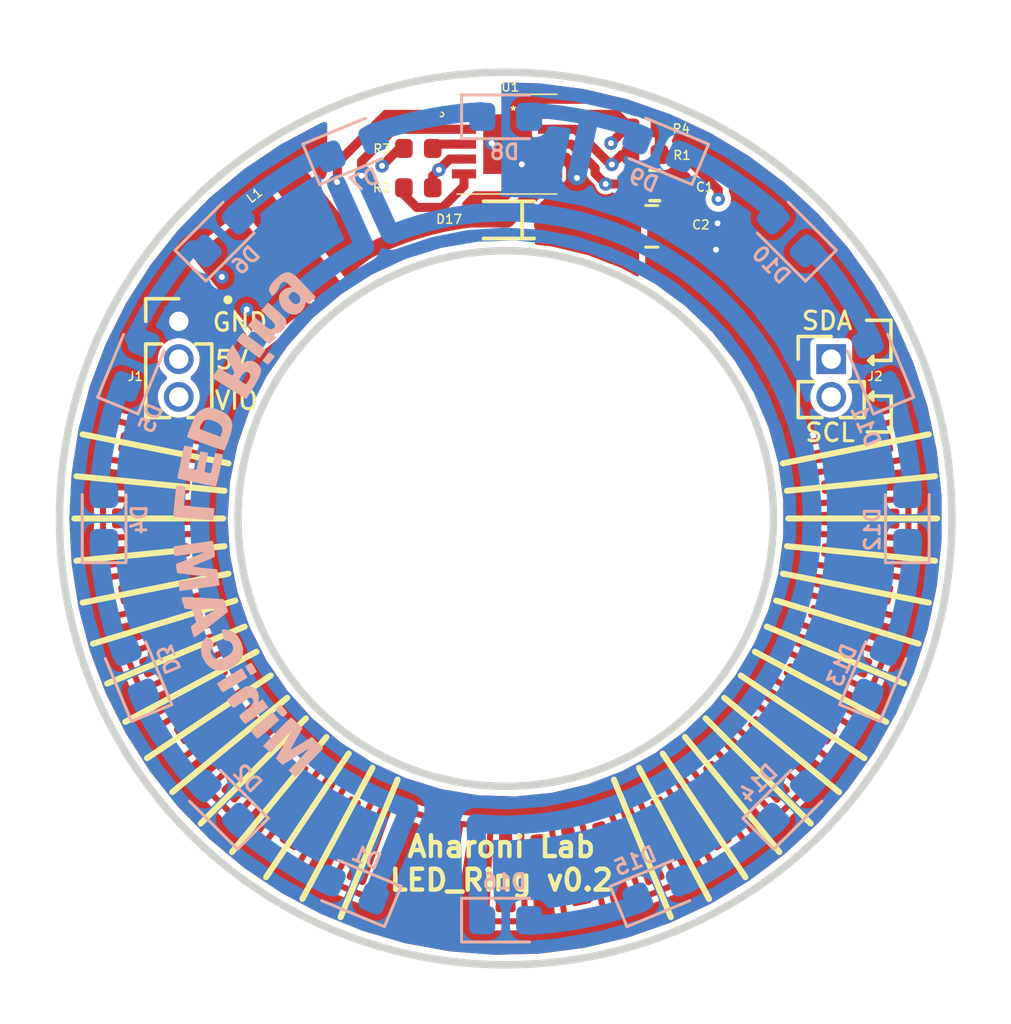
<source format=kicad_pcb>
(kicad_pcb (version 20171130) (host pcbnew "(5.1.6)-1")
  (layers (0 F.Cu signal) (1 In1.Cu power) (2 In2.Cu power) (31 B.Cu signal) (34 B.Paste user) (35 F.Paste user) (36 B.SilkS user) (37 F.SilkS user) (38 B.Mask user) (39 F.Mask user) (44 Edge.Cuts user))
  (net 0 "")
  (net 1 +5V)
  (net 2 GND)
  (net 3 "Net-(D1-Pad2)")
  (net 4 "Net-(D1-Pad1)")
  (net 5 "Net-(D3-Pad2)")
  (net 6 "Net-(D4-Pad2)")
  (net 7 "Net-(D7-Pad2)")
  (net 8 "Net-(D10-Pad1)")
  (net 9 OVP)
  (net 10 SDA)
  (net 11 "Net-(R2-Pad2)")
  (net 12 "Net-(R3-Pad2)")
  (net 13 SCL)
  (net 14 +2V8)
  (net 15 "Net-(D13-Pad1)")
  (net 16 "Net-(D14-Pad1)")
  (net 17 "Net-(D15-Pad1)")
  (net 18 "Net-(D16-Pad1)")
  (net 19 "Net-(D10-Pad2)")
  (net 20 "Net-(D2-Pad2)")
  (net 21 "Net-(D5-Pad2)")
  (net 22 "Net-(D6-Pad2)")
  (net 23 "Net-(D11-Pad1)")
  (net 24 "Net-(D12-Pad1)")
  (net 25 "Net-(D17-Pad2)")
  (module footprints:NRS4012T100MDGJ (layer F.Cu) (at 102.833095 70.952848 38)
    (fp_text reference L1 (at 0.105116 -2.219934 38) (layer F.SilkS) (effects (font (size 0.3 0.3) (thickness 0.05))))
    (fp_text value 10uH hide)
    (pad 1 smd rect (at -1.397 0 38) (size 1.1938 3.7084) (layers F.Cu F.Paste F.Mask) (net 1 +5V))
    (pad 2 smd rect (at 1.397 0 38) (size 1.1938 3.7084) (layers F.Cu F.Paste F.Mask) (net 25 "Net-(D17-Pad2)"))
  )
  (module .Logo:Minicam_LED_Ring (layer B.Cu) (at 110 80.25 90)
    (fp_text reference G*** hide)
    (fp_text value LOGO hide)
  )
  (module LED_SMD:LED_0603_1608Metric (layer B.Cu) (at 115.166226 67.527626 157.5)
    (fp_text reference D9 (at 0.073057 -1.224328 337.5) (layer B.SilkS) (effects (font (size 0.5 0.5) (thickness 0.1)) (justify mirror)))
    (fp_text value LED_Small_ALT)
    (pad 2 smd roundrect (at 0.7875 0 157.5) (size 0.875 0.95) (layers B.Cu B.Paste B.Mask) (net 9 OVP))
    (pad 1 smd roundrect (at -0.7875 0 157.5) (size 0.875 0.95) (layers B.Cu B.Paste B.Mask) (net 19 "Net-(D10-Pad2)"))
  )
  (module LED_SMD:LED_0603_1608Metric (layer B.Cu) (at 119.545942 70.454058 135)
    (fp_text reference D10 (at -0.281711 -1.162967 315) (layer B.SilkS) (effects (font (size 0.5 0.5) (thickness 0.1)) (justify mirror)))
    (fp_text value LED_Small_ALT)
    (pad 2 smd roundrect (at 0.7875 0 135) (size 0.875 0.95) (layers B.Cu B.Paste B.Mask) (net 19 "Net-(D10-Pad2)"))
    (pad 1 smd roundrect (at -0.7875 0 135) (size 0.875 0.95) (layers B.Cu B.Paste B.Mask) (net 8 "Net-(D10-Pad1)"))
  )
  (module LED_SMD:LED_0603_1608Metric (layer B.Cu) (at 122.472374 74.833774 112.5)
    (fp_text reference D11 (at -1.752482 -1.131338 292.5) (layer B.SilkS) (effects (font (size 0.5 0.5) (thickness 0.1)) (justify mirror)))
    (fp_text value LED_Small_ALT)
    (pad 2 smd roundrect (at 0.7875 0 112.5) (size 0.875 0.95) (layers B.Cu B.Paste B.Mask) (net 8 "Net-(D10-Pad1)"))
    (pad 1 smd roundrect (at -0.7875 0 112.5) (size 0.875 0.95) (layers B.Cu B.Paste B.Mask) (net 23 "Net-(D11-Pad1)"))
  )
  (module LED_SMD:LED_0603_1608Metric (layer B.Cu) (at 123.5 80 90)
    (fp_text reference D12 (at -0.3656 -1.1736 270) (layer B.SilkS) (effects (font (size 0.5 0.5) (thickness 0.1)) (justify mirror)))
    (fp_text value LED_Small_ALT)
    (pad 2 smd roundrect (at 0.7875 0 90) (size 0.875 0.95) (layers B.Cu B.Paste B.Mask) (net 23 "Net-(D11-Pad1)"))
    (pad 1 smd roundrect (at -0.7875 0 90) (size 0.875 0.95) (layers B.Cu B.Paste B.Mask) (net 24 "Net-(D12-Pad1)"))
  )
  (module LED_SMD:LED_0603_1608Metric (layer B.Cu) (at 122.472374 85.166226 67.5)
    (fp_text reference D13 (at -0.233445 -1.161015 247.5) (layer B.SilkS) (effects (font (size 0.5 0.5) (thickness 0.1)) (justify mirror)))
    (fp_text value LED_Small_ALT)
    (pad 2 smd roundrect (at 0.7875 0 67.5) (size 0.875 0.95) (layers B.Cu B.Paste B.Mask) (net 24 "Net-(D12-Pad1)"))
    (pad 1 smd roundrect (at -0.7875 0 67.5) (size 0.875 0.95) (layers B.Cu B.Paste B.Mask) (net 15 "Net-(D13-Pad1)"))
  )
  (module LED_SMD:LED_0603_1608Metric (layer B.Cu) (at 119.545942 89.545942 45)
    (fp_text reference D14 (at -0.289207 -1.202707 225) (layer B.SilkS) (effects (font (size 0.5 0.5) (thickness 0.1)) (justify mirror)))
    (fp_text value LED_Small_ALT)
    (pad 2 smd roundrect (at 0.7875 0 45) (size 0.875 0.95) (layers B.Cu B.Paste B.Mask) (net 15 "Net-(D13-Pad1)"))
    (pad 1 smd roundrect (at -0.7875 0 45) (size 0.875 0.95) (layers B.Cu B.Paste B.Mask) (net 16 "Net-(D14-Pad1)"))
  )
  (module LED_SMD:LED_0603_1608Metric (layer B.Cu) (at 115.166226 92.472374 22.5)
    (fp_text reference D15 (at -0.387443 -1.19544 202.5) (layer B.SilkS) (effects (font (size 0.5 0.5) (thickness 0.1)) (justify mirror)))
    (fp_text value LED_Small_ALT)
    (pad 2 smd roundrect (at 0.7875 0 22.5) (size 0.875 0.95) (layers B.Cu B.Paste B.Mask) (net 16 "Net-(D14-Pad1)"))
    (pad 1 smd roundrect (at -0.7875 0 22.5) (size 0.875 0.95) (layers B.Cu B.Paste B.Mask) (net 17 "Net-(D15-Pad1)"))
  )
  (module LED_SMD:LED_0603_1608Metric (layer B.Cu) (at 110 93.5)
    (fp_text reference D16 (at -0.0434 -1.298 180) (layer B.SilkS) (effects (font (size 0.5 0.5) (thickness 0.1)) (justify mirror)))
    (fp_text value LED_Small_ALT)
    (pad 2 smd roundrect (at 0.7875 0) (size 0.875 0.95) (layers B.Cu B.Paste B.Mask) (net 17 "Net-(D15-Pad1)"))
    (pad 1 smd roundrect (at -0.7875 0) (size 0.875 0.95) (layers B.Cu B.Paste B.Mask) (net 18 "Net-(D16-Pad1)"))
  )
  (module LED_SMD:LED_0603_1608Metric (layer B.Cu) (at 104.833774 92.472374 157.5)
    (fp_text reference D1 (at -0.03863 1.183248 157.5) (layer B.SilkS) (effects (font (size 0.5 0.5) (thickness 0.1)) (justify mirror)))
    (fp_text value LED_Small_ALT)
    (pad 2 smd roundrect (at 0.7875 0 157.5) (size 0.875 0.95) (layers B.Cu B.Paste B.Mask) (net 3 "Net-(D1-Pad2)"))
    (pad 1 smd roundrect (at -0.7875 0 157.5) (size 0.875 0.95) (layers B.Cu B.Paste B.Mask) (net 4 "Net-(D1-Pad1)"))
  )
  (module LED_SMD:LED_0603_1608Metric (layer B.Cu) (at 100.454058 89.545942 135)
    (fp_text reference D2 (at -0.03863 1.183249 135) (layer B.SilkS) (effects (font (size 0.5 0.5) (thickness 0.1)) (justify mirror)))
    (fp_text value LED_Small_ALT)
    (pad 2 smd roundrect (at 0.7875 0 135) (size 0.875 0.95) (layers B.Cu B.Paste B.Mask) (net 20 "Net-(D2-Pad2)"))
    (pad 1 smd roundrect (at -0.7875 0 135) (size 0.875 0.95) (layers B.Cu B.Paste B.Mask) (net 3 "Net-(D1-Pad2)"))
  )
  (module LED_SMD:LED_0603_1608Metric (layer B.Cu) (at 97.527626 85.166226 112.5)
    (fp_text reference D3 (at -0.03863 1.183249 112.5) (layer B.SilkS) (effects (font (size 0.5 0.5) (thickness 0.1)) (justify mirror)))
    (fp_text value LED_Small_ALT)
    (pad 2 smd roundrect (at 0.7875 0 112.5) (size 0.875 0.95) (layers B.Cu B.Paste B.Mask) (net 5 "Net-(D3-Pad2)"))
    (pad 1 smd roundrect (at -0.7875 0 112.5) (size 0.875 0.95) (layers B.Cu B.Paste B.Mask) (net 20 "Net-(D2-Pad2)"))
  )
  (module LED_SMD:LED_0603_1608Metric (layer B.Cu) (at 96.5 80 90)
    (fp_text reference D4 (at -0.03863 1.183249 90) (layer B.SilkS) (effects (font (size 0.5 0.5) (thickness 0.1)) (justify mirror)))
    (fp_text value LED_Small_ALT)
    (pad 2 smd roundrect (at 0.7875 0 90) (size 0.875 0.95) (layers B.Cu B.Paste B.Mask) (net 6 "Net-(D4-Pad2)"))
    (pad 1 smd roundrect (at -0.7875 0 90) (size 0.875 0.95) (layers B.Cu B.Paste B.Mask) (net 5 "Net-(D3-Pad2)"))
  )
  (module LED_SMD:LED_0603_1608Metric (layer B.Cu) (at 97.527626 74.833774 67.5)
    (fp_text reference D5 (at -1.453831 1.188609 67.5) (layer B.SilkS) (effects (font (size 0.5 0.5) (thickness 0.1)) (justify mirror)))
    (fp_text value LED_Small_ALT)
    (pad 2 smd roundrect (at 0.7875 0 67.5) (size 0.875 0.95) (layers B.Cu B.Paste B.Mask) (net 21 "Net-(D5-Pad2)"))
    (pad 1 smd roundrect (at -0.7875 0 67.5) (size 0.875 0.95) (layers B.Cu B.Paste B.Mask) (net 6 "Net-(D4-Pad2)"))
  )
  (module LED_SMD:LED_0603_1608Metric (layer B.Cu) (at 100.454058 70.454058 45)
    (fp_text reference D6 (at -0.03863 1.183249 45) (layer B.SilkS) (effects (font (size 0.5 0.5) (thickness 0.1)) (justify mirror)))
    (fp_text value LED_Small_ALT)
    (pad 2 smd roundrect (at 0.7875 0 45) (size 0.875 0.95) (layers B.Cu B.Paste B.Mask) (net 22 "Net-(D6-Pad2)"))
    (pad 1 smd roundrect (at -0.7875 0 45) (size 0.875 0.95) (layers B.Cu B.Paste B.Mask) (net 21 "Net-(D5-Pad2)"))
  )
  (module LED_SMD:LED_0603_1608Metric (layer B.Cu) (at 104.833774 67.527626 22.5)
    (fp_text reference D7 (at -0.03863 1.183249 22.5) (layer B.SilkS) (effects (font (size 0.5 0.5) (thickness 0.1)) (justify mirror)))
    (fp_text value LED_Small_ALT)
    (pad 2 smd roundrect (at 0.7875 0 22.5) (size 0.875 0.95) (layers B.Cu B.Paste B.Mask) (net 7 "Net-(D7-Pad2)"))
    (pad 1 smd roundrect (at -0.7875 0 22.5) (size 0.875 0.95) (layers B.Cu B.Paste B.Mask) (net 22 "Net-(D6-Pad2)"))
  )
  (module Resistor_SMD:R_0402_1005Metric (layer F.Cu) (at 114.681 67.7672)
    (fp_text reference R1 (at 1.2446 0.0254) (layer F.SilkS) (effects (font (size 0.3 0.3) (thickness 0.05))))
    (fp_text value 3K)
    (pad 1 smd roundrect (at -0.485 0) (size 0.59 0.64) (layers F.Cu F.Paste F.Mask) (net 10 SDA))
    (pad 2 smd roundrect (at 0.485 0) (size 0.59 0.64) (layers F.Cu F.Paste F.Mask) (net 14 +2V8))
  )
  (module Resistor_SMD:R_0402_1005Metric (layer F.Cu) (at 107.061 68.8848 180)
    (fp_text reference R2 (at 1.2319 0) (layer F.SilkS) (effects (font (size 0.3 0.3) (thickness 0.05))))
    (fp_text value 9.5k)
    (pad 1 smd roundrect (at -0.485 0 180) (size 0.59 0.64) (layers F.Cu F.Paste F.Mask) (net 14 +2V8))
    (pad 2 smd roundrect (at 0.485 0 180) (size 0.59 0.64) (layers F.Cu F.Paste F.Mask) (net 11 "Net-(R2-Pad2)"))
  )
  (module Resistor_SMD:R_0402_1005Metric (layer F.Cu) (at 107.061 67.564)
    (fp_text reference R3 (at -1.2192 0.0127) (layer F.SilkS) (effects (font (size 0.3 0.3) (thickness 0.05))))
    (fp_text value 9.5k)
    (pad 2 smd roundrect (at 0.485 0) (size 0.59 0.64) (layers F.Cu F.Paste F.Mask) (net 12 "Net-(R3-Pad2)"))
    (pad 1 smd roundrect (at -0.485 0) (size 0.59 0.64) (layers F.Cu F.Paste F.Mask) (net 2 GND))
  )
  (module footprints:LM3509SD&slash_NOPB (layer F.Cu) (at 110.0452 67.4186)
    (fp_text reference U1 (at 0.109 -1.9236) (layer F.SilkS) (effects (font (size 0.3 0.3) (thickness 0.05))))
    (fp_text value LM3509SD_NOPB hide)
    (fp_text user * (at 0.21082 -1.11252) (layer F.SilkS) (effects (font (size 0.3 0.3) (thickness 0.05))))
    (pad 1 smd rect (at -1.4478 -1.000001) (size 0.8128 0.3048) (layers F.Cu F.Paste F.Mask) (net 4 "Net-(D1-Pad1)"))
    (pad 2 smd rect (at -1.4478 -0.499999) (size 0.8128 0.3048) (layers F.Cu F.Paste F.Mask) (net 18 "Net-(D16-Pad1)"))
    (pad 3 smd rect (at -1.4478 0) (size 0.8128 0.3048) (layers F.Cu F.Paste F.Mask) (net 12 "Net-(R3-Pad2)"))
    (pad 4 smd rect (at -1.4478 0.499999) (size 0.8128 0.3048) (layers F.Cu F.Paste F.Mask) (net 14 +2V8))
    (pad 5 smd rect (at -1.4478 1.000001) (size 0.8128 0.3048) (layers F.Cu F.Paste F.Mask) (net 11 "Net-(R2-Pad2)"))
    (pad 6 smd rect (at 1.4478 1.000001) (size 0.8128 0.3048) (layers F.Cu F.Paste F.Mask) (net 25 "Net-(D17-Pad2)"))
    (pad 7 smd rect (at 1.4478 0.499999) (size 0.8128 0.3048) (layers F.Cu F.Paste F.Mask) (net 9 OVP))
    (pad 8 smd rect (at 1.4478 0) (size 0.8128 0.3048) (layers F.Cu F.Paste F.Mask) (net 1 +5V))
    (pad 9 smd rect (at 1.4478 -0.499999) (size 0.8128 0.3048) (layers F.Cu F.Paste F.Mask) (net 10 SDA))
    (pad 10 smd rect (at 1.4478 -1.000001) (size 0.8128 0.3048) (layers F.Cu F.Paste F.Mask) (net 13 SCL))
    (pad 11 smd rect (at 0 0) (size 1.6002 2.0066) (layers F.Cu F.Paste F.Mask) (net 2 GND))
  )
  (module LED_SMD:LED_0603_1608Metric (layer B.Cu) (at 110 66.5)
    (fp_text reference D8 (at -0.03863 1.183249) (layer B.SilkS) (effects (font (size 0.5 0.5) (thickness 0.1)) (justify mirror)))
    (fp_text value LED_Small_ALT)
    (pad 1 smd roundrect (at -0.7875 0) (size 0.875 0.95) (layers B.Cu B.Paste B.Mask) (net 7 "Net-(D7-Pad2)"))
    (pad 2 smd roundrect (at 0.7875 0) (size 0.875 0.95) (layers B.Cu B.Paste B.Mask) (net 9 OVP))
  )
  (module "BAT760_115:SOD323(F)" (layer F.Cu) (at 110.1034 69.9654)
    (fp_text reference D17 (at -2.0066 -0.0254) (layer F.SilkS) (effects (font (size 0.3 0.3) (thickness 0.05))))
    (fp_text value D_Schottky)
    (pad 1 smd rect (at 1.1 0) (size 0.5 0.5) (layers F.Cu F.Paste F.Mask) (net 9 OVP))
    (pad 2 smd rect (at -1.1 0) (size 0.5 0.5) (layers F.Cu F.Paste F.Mask) (net 25 "Net-(D17-Pad2)"))
  )
  (module Resistor_SMD:R_0402_1005Metric (layer F.Cu) (at 114.681 66.8782)
    (fp_text reference R4 (at 1.2216 0.0254) (layer F.SilkS) (effects (font (size 0.3 0.3) (thickness 0.05))))
    (fp_text value 3K)
    (pad 2 smd roundrect (at 0.485 0) (size 0.59 0.64) (layers F.Cu F.Paste F.Mask) (net 14 +2V8))
    (pad 1 smd roundrect (at -0.485 0) (size 0.59 0.64) (layers F.Cu F.Paste F.Mask) (net 13 SCL))
  )
  (module Connector_PinHeader_1.27mm:PinHeader_1x03_P1.27mm_Vertical (layer F.Cu) (at 99.00968 73.3739)
    (fp_text reference J1 (at -1.45896 1.84864) (layer F.SilkS) (effects (font (size 0.3 0.3) (thickness 0.05))))
    (fp_text value Conn_01x02_Female)
    (pad 3 thru_hole oval (at 0 2.54) (size 1 1) (drill 0.65) (layers *.Cu *.Mask) (net 14 +2V8))
    (pad 2 thru_hole oval (at 0 1.27) (size 1 1) (drill 0.65) (layers *.Cu *.Mask) (net 1 +5V))
    (pad 1 thru_hole rect (at 0 0) (size 1 1) (drill 0.65) (layers *.Cu *.Mask) (net 2 GND))
  )
  (module Connector_PinHeader_1.27mm:PinHeader_1x02_P1.27mm_Vertical (layer F.Cu) (at 120.94158 74.64342)
    (fp_text reference J2 (at 1.47066 0.57912) (layer F.SilkS) (effects (font (size 0.3 0.3) (thickness 0.05))))
    (fp_text value Conn_01x02_Male)
    (pad 2 thru_hole oval (at 0 1.27) (size 1 1) (drill 0.65) (layers *.Cu *.Mask) (net 13 SCL))
    (pad 1 thru_hole rect (at 0 0) (size 1 1) (drill 0.65) (layers *.Cu *.Mask) (net 10 SDA))
  )
  (module .Capacitor_SMD:C_0603_1608Metric (layer F.Cu) (at 115.0112 68.8086 180)
    (fp_text reference C1 (at -1.6764 -0.0508) (layer F.SilkS) (effects (font (size 0.3 0.3) (thickness 0.05))))
    (fp_text value 1uF)
    (pad 2 smd roundrect (at 0.7875 0 180) (size 0.875 0.95) (layers F.Cu F.Paste F.Mask) (net 1 +5V))
    (pad 1 smd roundrect (at -0.7875 0 180) (size 0.875 0.95) (layers F.Cu F.Paste F.Mask) (net 2 GND))
  )
  (module .Capacitor:C_0805_2012Metric_L (layer F.Cu) (at 114.9096 70.1802 180)
    (fp_text reference C2)
    (fp_text value 2.2uF)
    (fp_text user %R (at -1.651 0.0508) (layer F.SilkS) (effects (font (size 0.3 0.3) (thickness 0.05))))
    (pad 2 smd rect (at 0.82 0 180) (size 0.93 1.32) (layers F.Cu F.Paste F.Mask) (net 9 OVP))
    (pad 1 smd rect (at -0.82 0 180) (size 0.93 1.32) (layers F.Cu F.Paste F.Mask) (net 2 GND))
  )
  (gr_line (start 96.462259 79.330245) (end 96.4618 80.6604) (layer F.Cu) (width 0.203))
  (gr_line (start 96.853046 76.702031) (end 96.593095 78.006538) (layer F.Cu) (width 0.203))
  (gr_line (start 123.40828 78.015804) (end 123.14923 76.711118) (layer F.Cu) (width 0.203))
  (gr_line (start 123.537741 80.669755) (end 123.5382 79.3396) (layer F.Cu) (width 0.203))
  (gr_line (start 123.146954 83.297969) (end 123.406905 81.993462) (layer F.Cu) (width 0.203))
  (gr_line (start 122.250938 85.799443) (end 122.760391 84.570716) (layer F.Cu) (width 0.203))
  (gr_line (start 120.884124 88.078047) (end 121.6235 86.972319) (layer F.Cu) (width 0.203))
  (gr_line (start 119.09904 90.046217) (end 120.039926 89.10598) (layer F.Cu) (width 0.203))
  (gr_line (start 116.964285 91.628317) (end 118.070524 90.889704) (layer F.Cu) (width 0.203))
  (gr_line (start 114.561896 92.763546) (end 115.790975 92.254942) (layer F.Cu) (width 0.203))
  (gr_line (start 111.984196 93.40828) (end 113.288882 93.14923) (layer F.Cu) (width 0.203))
  (gr_line (start 109.330245 93.537741) (end 110.6604 93.5382) (layer F.Cu) (width 0.203))
  (gr_line (start 106.702031 93.146954) (end 108.006538 93.406905) (layer F.Cu) (width 0.203))
  (gr_line (start 104.200557 92.250938) (end 105.429284 92.760391) (layer F.Cu) (width 0.203))
  (gr_line (start 101.921953 90.884124) (end 103.027681 91.6235) (layer F.Cu) (width 0.203))
  (gr_line (start 99.953783 89.09904) (end 100.89402 90.039926) (layer F.Cu) (width 0.203))
  (gr_line (start 98.371683 86.964285) (end 99.110296 88.070524) (layer F.Cu) (width 0.203))
  (gr_line (start 97.236454 84.561896) (end 97.745058 85.790975) (layer F.Cu) (width 0.203))
  (gr_line (start 99.73682 78.476479) (end 99.636909 79.489783) (layer F.Cu) (width 0.203))
  (gr_line (start 120.3632 79.492) (end 120.263506 78.478675) (layer F.Cu) (width 0.203))
  (gr_line (start 120.26318 81.523521) (end 120.363091 80.510217) (layer F.Cu) (width 0.203))
  (gr_line (start 119.768752 83.496494) (end 120.064429 82.522153) (layer F.Cu) (width 0.203))
  (gr_line (start 118.898916 85.335099) (end 119.378997 84.437163) (layer F.Cu) (width 0.203))
  (gr_line (start 117.687099 86.968679) (end 118.333134 86.181656) (layer F.Cu) (width 0.203))
  (gr_line (start 116.179872 88.334456) (end 116.967034 87.68859) (layer F.Cu) (width 0.203))
  (gr_line (start 114.435156 89.379945) (end 115.333195 88.900057) (layer F.Cu) (width 0.203))
  (gr_line (start 112.519999 90.064968) (end 113.494404 89.7695) (layer F.Cu) (width 0.203))
  (gr_line (start 110.508 90.3632) (end 111.521325 90.263506) (layer F.Cu) (width 0.203))
  (gr_line (start 108.476479 90.26318) (end 109.489783 90.363091) (layer F.Cu) (width 0.203))
  (gr_line (start 106.503506 89.768752) (end 107.477847 90.064429) (layer F.Cu) (width 0.203))
  (gr_line (start 104.664901 88.898916) (end 105.562837 89.378997) (layer F.Cu) (width 0.203))
  (gr_line (start 103.031321 87.687099) (end 103.818344 88.333134) (layer F.Cu) (width 0.203))
  (gr_line (start 101.665544 86.179872) (end 102.31141 86.967034) (layer F.Cu) (width 0.203))
  (gr_line (start 100.620055 84.435156) (end 101.099943 85.333195) (layer F.Cu) (width 0.203))
  (gr_line (start 99.935032 82.519999) (end 100.2305 83.494404) (layer F.Cu) (width 0.203))
  (gr_line (start 100.68254 78.146642) (end 95.778614 77.17119) (layer F.SilkS) (width 0.203))
  (gr_line (start 119.31746 78.146642) (end 124.221386 77.17119) (layer F.SilkS) (width 0.203))
  (gr_line (start 119.5 80) (end 124.5 80) (layer F.SilkS) (width 0.203))
  (gr_line (start 119.31746 81.853358) (end 124.221386 82.82881) (layer F.SilkS) (width 0.203))
  (gr_line (start 118.776856 83.635493) (end 123.396254 85.54891) (layer F.SilkS) (width 0.203))
  (gr_line (start 117.898961 85.277917) (end 122.056309 88.055768) (layer F.SilkS) (width 0.203))
  (gr_line (start 116.717514 86.717514) (end 120.253048 90.253048) (layer F.SilkS) (width 0.203))
  (gr_line (start 115.277917 87.898961) (end 118.055768 92.056309) (layer F.SilkS) (width 0.203))
  (gr_line (start 113.635493 88.776856) (end 115.54891 93.396254) (layer F.SilkS) (width 0.203))
  (gr_line (start 106.364507 88.776856) (end 104.45109 93.396254) (layer F.SilkS) (width 0.203))
  (gr_line (start 104.722083 87.898961) (end 101.944232 92.056309) (layer F.SilkS) (width 0.203))
  (gr_line (start 103.282486 86.717514) (end 99.746952 90.253048) (layer F.SilkS) (width 0.203))
  (gr_line (start 102.101039 85.277917) (end 97.943691 88.055768) (layer F.SilkS) (width 0.203))
  (gr_line (start 101.223144 83.635493) (end 96.603746 85.54891) (layer F.SilkS) (width 0.203))
  (gr_line (start 100.68254 81.853358) (end 95.778614 82.82881) (layer F.SilkS) (width 0.203))
  (gr_line (start 100.545745 79.068837) (end 95.569821 78.578752) (layer F.SilkS) (width 0.203))
  (gr_line (start 119.454255 79.068837) (end 124.430179 78.578751) (layer F.SilkS) (width 0.203))
  (gr_line (start 119.454255 80.931163) (end 124.430179 81.421248) (layer F.SilkS) (width 0.203))
  (gr_line (start 119.090933 82.757704) (end 123.875635 84.209127) (layer F.SilkS) (width 0.203))
  (gr_line (start 118.378252 84.478269) (end 122.787859 86.835253) (layer F.SilkS) (width 0.203))
  (gr_line (start 117.343599 86.026736) (end 121.208652 89.198702) (layer F.SilkS) (width 0.203))
  (gr_line (start 116.026736 87.343599) (end 119.198703 91.208651) (layer F.SilkS) (width 0.203))
  (gr_line (start 114.478269 88.378252) (end 116.835253 92.787859) (layer F.SilkS) (width 0.203))
  (gr_line (start 105.521731 88.378252) (end 103.164747 92.787859) (layer F.SilkS) (width 0.203))
  (gr_line (start 103.973264 87.343599) (end 100.801298 91.208652) (layer F.SilkS) (width 0.203))
  (gr_line (start 102.656401 86.026736) (end 98.791349 89.198703) (layer F.SilkS) (width 0.203))
  (gr_line (start 101.621748 84.478269) (end 97.212141 86.835253) (layer F.SilkS) (width 0.203))
  (gr_line (start 100.909067 82.757705) (end 96.124365 84.209129) (layer F.SilkS) (width 0.203))
  (gr_line (start 99.73682 78.476479) (end 96.593095 78.006539) (layer F.Cu) (width 0.203))
  (gr_line (start 120.064968 77.480001) (end 123.14923 76.711118) (layer F.Cu) (width 0.203))
  (gr_line (start 120.3632 79.492) (end 123.5382 79.3396) (layer F.Cu) (width 0.203))
  (gr_line (start 120.26318 81.523521) (end 123.406905 81.993461) (layer F.Cu) (width 0.203))
  (gr_line (start 119.768752 83.496494) (end 122.76039 84.570715) (layer F.Cu) (width 0.203))
  (gr_line (start 118.898916 85.335099) (end 121.623501 86.972319) (layer F.Cu) (width 0.203))
  (gr_line (start 117.687099 86.968679) (end 120.039926 89.10598) (layer F.Cu) (width 0.203))
  (gr_line (start 116.179872 88.334456) (end 118.070523 90.889703) (layer F.Cu) (width 0.203))
  (gr_line (start 114.435156 89.379945) (end 115.790975 92.254942) (layer F.Cu) (width 0.203))
  (gr_line (start 112.519999 90.064968) (end 113.288882 93.14923) (layer F.Cu) (width 0.203))
  (gr_line (start 110.508 90.3632) (end 110.6604 93.5382) (layer F.Cu) (width 0.203))
  (gr_line (start 108.476479 90.26318) (end 108.006539 93.406905) (layer F.Cu) (width 0.203))
  (gr_line (start 106.503506 89.768752) (end 105.429285 92.76039) (layer F.Cu) (width 0.203))
  (gr_line (start 104.664901 88.898916) (end 103.027681 91.623501) (layer F.Cu) (width 0.203))
  (gr_line (start 103.031321 87.687099) (end 100.89402 90.039926) (layer F.Cu) (width 0.203))
  (gr_line (start 101.665544 86.179872) (end 99.110297 88.070523) (layer F.Cu) (width 0.203))
  (gr_line (start 100.620055 84.435156) (end 97.745058 85.790975) (layer F.Cu) (width 0.203))
  (gr_line (start 99.935032 82.519999) (end 96.85077 83.288882) (layer F.Cu) (width 0.203))
  (gr_line (start 99.636909 79.489782) (end 96.462259 79.330244) (layer F.Cu) (width 0.203))
  (gr_line (start 99.935571 77.477847) (end 96.853046 76.702031) (layer F.Cu) (width 0.203))
  (gr_line (start 120.263506 78.478675) (end 123.40828 78.015804) (layer F.Cu) (width 0.203))
  (gr_line (start 120.363091 80.510218) (end 123.537741 80.669756) (layer F.Cu) (width 0.203))
  (gr_line (start 120.064429 82.522153) (end 123.146954 83.297969) (layer F.Cu) (width 0.203))
  (gr_line (start 119.378996 84.437163) (end 122.250937 85.799443) (layer F.Cu) (width 0.203))
  (gr_line (start 118.333134 86.181655) (end 120.884124 88.078047) (layer F.Cu) (width 0.203))
  (gr_line (start 116.967034 87.68859) (end 119.09904 90.046217) (layer F.Cu) (width 0.203))
  (gr_line (start 115.333195 88.900057) (end 116.964285 91.628316) (layer F.Cu) (width 0.203))
  (gr_line (start 113.494404 89.7695) (end 114.561896 92.763546) (layer F.Cu) (width 0.203))
  (gr_line (start 111.521325 90.263506) (end 111.984196 93.40828) (layer F.Cu) (width 0.203))
  (gr_line (start 109.489782 90.363091) (end 109.330244 93.537741) (layer F.Cu) (width 0.203))
  (gr_line (start 107.477847 90.064429) (end 106.702031 93.146954) (layer F.Cu) (width 0.203))
  (gr_line (start 105.562837 89.378996) (end 104.200557 92.250937) (layer F.Cu) (width 0.203))
  (gr_line (start 103.818345 88.333134) (end 101.921953 90.884124) (layer F.Cu) (width 0.203))
  (gr_line (start 102.31141 86.967034) (end 99.953783 89.09904) (layer F.Cu) (width 0.203))
  (gr_line (start 101.099943 85.333195) (end 98.371684 86.964285) (layer F.Cu) (width 0.203))
  (gr_line (start 100.2305 83.494404) (end 97.236454 84.561896) (layer F.Cu) (width 0.203))
  (gr_line (start 96.59172 81.984196) (end 96.85077 83.288882) (layer F.Cu) (width 0.203))
  (gr_line (start 99.6368 80.508) (end 99.736494 81.521325) (layer F.Cu) (width 0.203))
  (gr_line (start 100.545745 80.931163) (end 95.569821 81.421249) (layer F.SilkS) (width 0.203))
  (gr_line (start 99.736494 81.521325) (end 96.59172 81.984196) (layer F.Cu) (width 0.203))
  (gr_line (start 99.6368 80.508) (end 96.4618 80.6604) (layer F.Cu) (width 0.203))
  (gr_line (start 100.5 80) (end 95.5 80) (layer F.SilkS) (width 0.203))
  (gr_text "Aharoni Lab\nLED_Ring v0.2" (at 109.855 91.5924) (layer F.SilkS) (effects (font (size 0.7 0.7))))
  (gr_line (start 112.395 68.4784) (end 112.776 66.675) (layer B.Cu) (width 0.635))
  (gr_arc (start 110 80) (end 109.000001 69.9516) (angle -25.12545391) (layer F.Cu) (width 0.5))
  (gr_arc (start 110 80) (end 110.810111 93.67774) (angle -15.91692333) (layer B.Cu) (width 0.635))
  (gr_arc (start 110 80) (end 115.982689 92.326568) (angle -15.91692333) (layer B.Cu) (width 0.635))
  (gr_arc (start 110 80) (end 120.244457 89.098788) (angle -15.91692333) (layer B.Cu) (width 0.635))
  (gr_arc (start 110 80) (end 122.9466 84.4858) (angle -15.91692333) (layer B.Cu) (width 0.635))
  (gr_arc (start 110 80) (end 123.67774 79.189889) (angle -15.91692333) (layer B.Cu) (width 0.635))
  (gr_arc (start 110 80) (end 122.326568 74.017311) (angle -15.91692333) (layer B.Cu) (width 0.635))
  (gr_arc (start 110 80) (end 119.098788 69.755543) (angle -15.91692333) (layer B.Cu) (width 0.635))
  (gr_arc (start 110 80) (end 114.5032 67.0052) (angle -15.90275061) (layer B.Cu) (width 0.5))
  (gr_arc (start 110 80) (end 109.189889 66.32226) (angle -15.91692333) (layer B.Cu) (width 0.635))
  (gr_arc (start 110 80) (end 104.017311 67.673432) (angle -15.91692333) (layer B.Cu) (width 0.635))
  (gr_arc (start 110 80) (end 99.4664 70.901212) (angle -15.10961073) (layer B.Cu) (width 0.5))
  (gr_arc (start 110 80) (end 100.901212 90.244457) (angle -15.91692333) (layer B.Cu) (width 0.635))
  (gr_arc (start 110 80) (end 97.673432 85.982689) (angle -15.91692333) (layer B.Cu) (width 0.635))
  (gr_arc (start 110 80) (end 96.32226 80.810111) (angle -15.91692333) (layer B.Cu) (width 0.635))
  (gr_arc (start 110 80) (end 97.0534 75.5142) (angle -15.91692333) (layer B.Cu) (width 0.635))
  (gr_line (start 105.2576 70.866) (end 104.3178 68.7578) (layer B.Cu) (width 0.635))
  (gr_line (start 105.2322 68.4784) (end 106.1212 70.4342) (layer B.Cu) (width 0.635))
  (gr_line (start 109 90.25) (end 109.1 93.45) (layer B.Cu) (width 0.635))
  (gr_line (start 105.5 92.765527) (end 106.744824 89.765527) (layer B.Cu) (width 0.635))
  (gr_arc (start 110 80) (end 105.2576 70.866) (angle -134.1265598) (layer B.Cu) (width 0.635))
  (gr_arc (start 110 80) (end 109 90.25) (angle -207.5661477) (layer B.Cu) (width 0.635))
  (gr_line (start 122.4986 73.33852) (end 122.1303 73.33852) (layer F.SilkS) (width 0.12))
  (gr_line (start 122.56464 77.09264) (end 122.15316 77.09264) (layer F.SilkS) (width 0.12))
  (gr_poly (pts (xy 122.35128 75.88868) (xy 122.35128 75.74136) (xy 122.18364 75.88868) (xy 122.35128 76.03346)) (layer F.SilkS) (width 0.1))
  (gr_poly (pts (xy 122.35128 74.68726) (xy 122.35128 74.53994) (xy 122.18364 74.68726) (xy 122.35128 74.83204)) (layer F.SilkS) (width 0.1))
  (gr_line (start 122.95834 75.88614) (end 122.3081 75.88614) (layer F.SilkS) (width 0.12))
  (gr_line (start 122.95834 77.09264) (end 122.95834 75.88614) (layer F.SilkS) (width 0.12))
  (gr_line (start 122.56464 77.09264) (end 122.95834 77.09264) (layer F.SilkS) (width 0.12))
  (gr_line (start 122.95072 74.68726) (end 122.33096 74.68726) (layer F.SilkS) (width 0.12))
  (gr_line (start 122.95072 73.33852) (end 122.95072 74.68726) (layer F.SilkS) (width 0.12))
  (gr_line (start 122.4986 73.33852) (end 122.95072 73.33852) (layer F.SilkS) (width 0.12))
  (gr_text SCL (at 120.904 77.1144) (layer F.SilkS) (effects (font (size 0.6 0.6) (thickness 0.1))))
  (gr_text SDA (at 120.8024 73.3552) (layer F.SilkS) (effects (font (size 0.6 0.6) (thickness 0.1))))
  (gr_text VIO (at 100.94162 76.03346) (layer F.SilkS) (effects (font (size 0.6 0.6) (thickness 0.1))))
  (gr_text 5V (at 100.7872 74.676) (layer F.SilkS) (effects (font (size 0.6 0.6) (thickness 0.1))))
  (gr_text GND (at 101.0666 73.406) (layer F.SilkS) (effects (font (size 0.6 0.6) (thickness 0.1))))
  (gr_circle (center 110 80) (end 125 80) (layer Edge.Cuts) (width 0.254))
  (gr_circle (center 110 80) (end 119 80) (layer Edge.Cuts) (width 0.254))
  (via (at 100.457 71.882) (size 0.45) (drill 0.2) (layers F.Cu B.Cu) (net 1))
  (via (at 101.2952 72.9742) (size 0.45) (drill 0.2) (layers F.Cu B.Cu) (net 1))
  (via (at 113.3602 68.7578) (size 0.45) (drill 0.2) (layers F.Cu B.Cu) (net 1))
  (segment (start 114.2237 68.8086) (end 113.9697 69.0626) (width 0.3048) (layer F.Cu) (net 1))
  (segment (start 114.1729 68.7578) (end 114.2237 68.8086) (width 0.3048) (layer F.Cu) (net 1))
  (segment (start 113.3602 68.7578) (end 114.1729 68.7578) (width 0.3048) (layer F.Cu) (net 1))
  (segment (start 113.0046 68.219) (end 113.0046 68.4022) (width 0.3048) (layer F.Cu) (net 1))
  (segment (start 111.493 67.4186) (end 112.2042 67.4186) (width 0.3048) (layer F.Cu) (net 1))
  (segment (start 113.0046 68.4022) (end 113.3602 68.7578) (width 0.3048) (layer F.Cu) (net 1))
  (segment (start 112.2042 67.4186) (end 113.0046 68.219) (width 0.3048) (layer F.Cu) (net 1))
  (via (at 110.5408 68.0974) (size 0.45) (drill 0.2) (layers F.Cu B.Cu) (net 2))
  (via (at 109.5248 67.3862) (size 0.45) (drill 0.2) (layers F.Cu B.Cu) (net 2))
  (via (at 105.8418 68.1482) (size 0.45) (drill 0.2) (layers F.Cu B.Cu) (net 2))
  (segment (start 106.576 67.564) (end 106.426 67.564) (width 0.3048) (layer F.Cu) (net 2))
  (segment (start 106.426 67.564) (end 105.8418 68.1482) (width 0.3048) (layer F.Cu) (net 2))
  (via (at 117.0686 70.9676) (size 0.45) (drill 0.2) (layers F.Cu B.Cu) (net 2))
  (segment (start 115.7296 70.1802) (end 116.2812 70.1802) (width 0.3048) (layer F.Cu) (net 2))
  (segment (start 116.2812 70.1802) (end 117.0686 70.9676) (width 0.3048) (layer F.Cu) (net 2))
  (via (at 117.1194 70.0786) (size 0.45) (drill 0.2) (layers F.Cu B.Cu) (net 2))
  (segment (start 115.7987 68.8086) (end 115.8494 68.8086) (width 0.3048) (layer F.Cu) (net 2))
  (segment (start 115.8494 68.8086) (end 117.1194 70.0786) (width 0.3048) (layer F.Cu) (net 2))
  (via (at 104.329142 68.692622) (size 0.45) (drill 0.2) (layers F.Cu B.Cu) (net 4))
  (segment (start 104.3432 68.678564) (end 104.329142 68.692622) (width 0.3048) (layer F.Cu) (net 4))
  (segment (start 104.3432 68.0466) (end 104.3432 68.678564) (width 0.3048) (layer F.Cu) (net 4))
  (segment (start 108.5974 66.418599) (end 105.971201 66.418599) (width 0.3048) (layer F.Cu) (net 4))
  (segment (start 105.971201 66.418599) (end 104.3432 68.0466) (width 0.3048) (layer F.Cu) (net 4))
  (via (at 112.395 68.5546) (size 0.45) (drill 0.2) (layers F.Cu B.Cu) (net 9))
  (segment (start 113.901 67.7672) (end 113.567106 68.101094) (width 0.3048) (layer F.Cu) (net 10))
  (via (at 113.567106 68.101094) (size 0.45) (drill 0.2) (layers F.Cu B.Cu) (net 10))
  (segment (start 114.196 67.7672) (end 113.901 67.7672) (width 0.3048) (layer F.Cu) (net 10))
  (segment (start 113.516294 68.101094) (end 113.567106 68.101094) (width 0.3048) (layer F.Cu) (net 10))
  (segment (start 111.493 66.918601) (end 112.333801 66.918601) (width 0.3048) (layer F.Cu) (net 10))
  (segment (start 112.333801 66.918601) (end 113.516294 68.101094) (width 0.3048) (layer F.Cu) (net 10))
  (segment (start 107.0102 69.5452) (end 107.879671 69.5452) (width 0.3048) (layer F.Cu) (net 11))
  (segment (start 108.5974 68.827471) (end 108.5974 68.418601) (width 0.3048) (layer F.Cu) (net 11))
  (segment (start 107.879671 69.5452) (end 108.5974 68.827471) (width 0.3048) (layer F.Cu) (net 11))
  (segment (start 106.576 68.8848) (end 106.576 69.111) (width 0.3048) (layer F.Cu) (net 11))
  (segment (start 106.576 69.111) (end 107.0102 69.5452) (width 0.3048) (layer F.Cu) (net 11))
  (segment (start 107.6914 67.4186) (end 107.546 67.564) (width 0.3048) (layer F.Cu) (net 12))
  (segment (start 108.5974 67.4186) (end 107.6914 67.4186) (width 0.3048) (layer F.Cu) (net 12))
  (via (at 113.538 67.3862) (size 0.45) (drill 0.2) (layers F.Cu B.Cu) (net 13))
  (segment (start 113.736399 66.418599) (end 114.196 66.8782) (width 0.3048) (layer F.Cu) (net 13))
  (segment (start 111.493 66.418599) (end 113.736399 66.418599) (width 0.3048) (layer F.Cu) (net 13))
  (segment (start 114.046 66.8782) (end 113.538 67.3862) (width 0.3048) (layer F.Cu) (net 13))
  (segment (start 114.196 66.8782) (end 114.046 66.8782) (width 0.3048) (layer F.Cu) (net 13))
  (segment (start 107.546 68.487742) (end 107.546 68.8848) (width 0.3048) (layer F.Cu) (net 14))
  (segment (start 108.115143 67.918599) (end 107.752671 68.281071) (width 0.3048) (layer F.Cu) (net 14))
  (segment (start 108.5974 67.918599) (end 108.115143 67.918599) (width 0.3048) (layer F.Cu) (net 14))
  (segment (start 107.752671 68.281071) (end 107.546 68.487742) (width 0.3048) (layer F.Cu) (net 14))
  (via (at 107.752671 68.281071) (size 0.45) (drill 0.2) (layers F.Cu B.Cu) (net 14))
  (segment (start 115.166 67.7672) (end 115.166 66.8782) (width 0.3048) (layer F.Cu) (net 14))
  (via (at 117.1448 69.2658) (size 0.45) (drill 0.2) (layers F.Cu B.Cu) (net 14))
  (segment (start 115.964398 67.7672) (end 115.166 67.7672) (width 0.3048) (layer F.Cu) (net 14))
  (segment (start 117.1448 68.947602) (end 115.964398 67.7672) (width 0.3048) (layer F.Cu) (net 14))
  (segment (start 117.1448 69.2658) (end 117.1448 68.947602) (width 0.3048) (layer F.Cu) (net 14))
  (via (at 105.156 68.4784) (size 0.45) (drill 0.2) (layers F.Cu B.Cu) (net 18))
  (segment (start 105.156 67.9958) (end 105.156 68.4784) (width 0.3048) (layer F.Cu) (net 18))
  (segment (start 108.5974 66.918601) (end 106.233199 66.918601) (width 0.3048) (layer F.Cu) (net 18))
  (segment (start 106.233199 66.918601) (end 105.156 67.9958) (width 0.3048) (layer F.Cu) (net 18))
  (segment (start 109.5954 69.9654) (end 109.0034 69.9654) (width 0.508) (layer F.Cu) (net 25))
  (segment (start 111.4496 68.5684) (end 110.0526 69.9654) (width 0.508) (layer F.Cu) (net 25))
  (segment (start 110.0526 69.9654) (end 109.5954 69.9654) (width 0.508) (layer F.Cu) (net 25))
  (zone (net 9) (net_name OVP) (layer F.Cu) (priority 1) (connect_pads yes (clearance 0.127)) (min_thickness 0.127) (fill yes (arc_segments 32) (thermal_gap 0.1524) (thermal_bridge_width 0.1524))
    (polygon (pts (xy 114.48955 72.25) (xy 113.01045 72.25) (xy 112.512 71.5) (xy 110.988 71.5) (xy 110.9416 67.7048) (xy 114.4781 67.7048)))
  )
  (zone (net 1) (net_name +5V) (layer F.Cu) (priority 1) (connect_pads yes (clearance 0.127)) (min_thickness 0.127) (fill yes (arc_segments 32) (thermal_gap 0.1524) (thermal_bridge_width 0.1524))
    (polygon (pts (xy 103.467763 72.836885) (xy 101.796717 74.133925) (xy 99.465921 71.199946) (xy 101.136967 69.902905)))
  )
  (zone (net 2) (net_name GND) (layer B.Cu) (connect_pads yes (clearance 0.2032)) (min_thickness 0.2032) (fill yes (arc_segments 32) (thermal_gap 0.254) (thermal_bridge_width 0.254))
    (polygon (pts (xy 127 97) (xy 93 97) (xy 93 64) (xy 127 64)))
  )
  (zone (net 0) (net_name "") (layers F&B.Cu) (connect_pads yes (clearance 0.2032)) (min_thickness 0.2032)
    (keepout (tracks allowed) (vias allowed) (copperpour not_allowed))
    (fill (arc_segments 32) (thermal_gap 0.254) (thermal_bridge_width 0.254))
    (polygon (pts (xy 109.855 69) (xy 104 69) (xy 104 65) (xy 109.855 65)))
  )
  (zone (net 2) (net_name GND) (layer F.Cu) (connect_pads yes (clearance 0.2032)) (min_thickness 0.2032) (fill yes (arc_segments 32) (thermal_gap 0.254) (thermal_bridge_width 0.254))
    (polygon (pts (xy 127 97) (xy 93 97) (xy 93 64) (xy 127 64)))
  )
)
</source>
